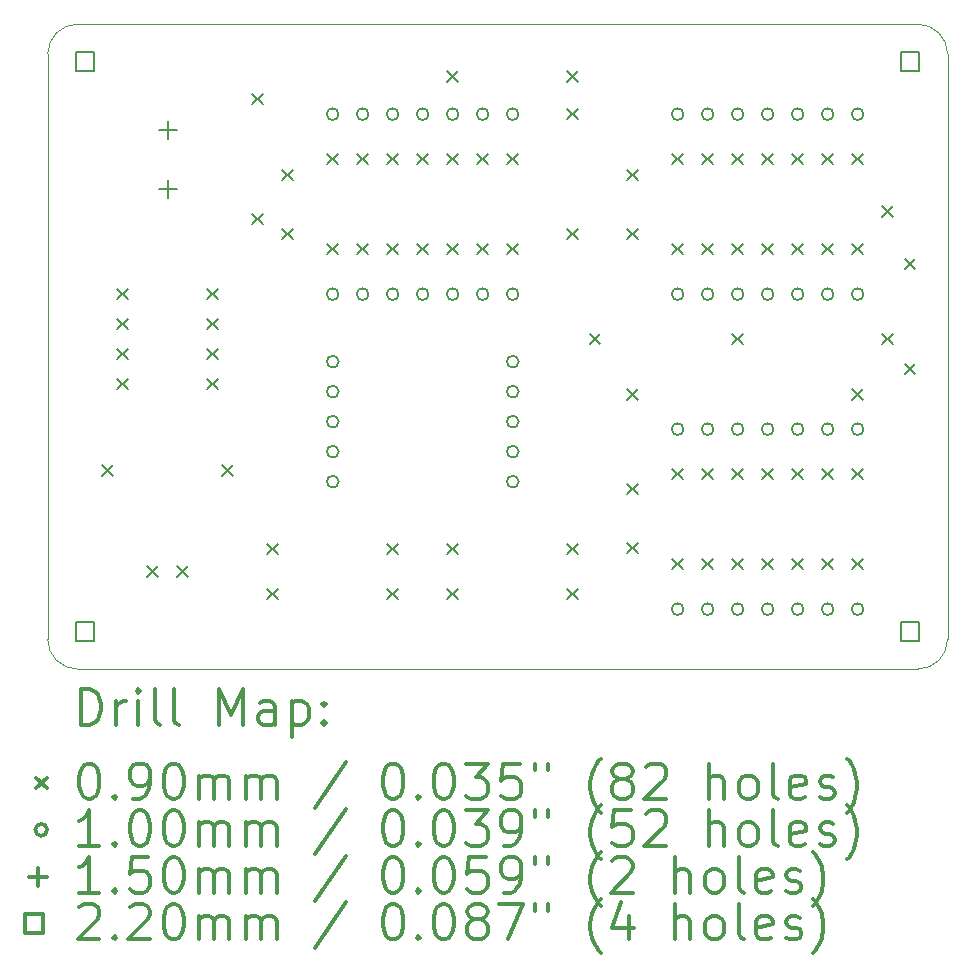
<source format=gbr>
%FSLAX45Y45*%
G04 Gerber Fmt 4.5, Leading zero omitted, Abs format (unit mm)*
G04 Created by KiCad (PCBNEW 5.0.2-bee76a0~70~ubuntu16.04.1) date Seg 25 Nov 2019 00:16:14 -03*
%MOMM*%
%LPD*%
G01*
G04 APERTURE LIST*
%ADD10C,0.100000*%
%ADD11C,0.200000*%
%ADD12C,0.300000*%
G04 APERTURE END LIST*
D10*
X18415000Y-12192000D02*
G75*
G02X18161000Y-12446000I-254000J0D01*
G01*
X18161000Y-6985000D02*
G75*
G02X18415000Y-7239000I0J-254000D01*
G01*
X10795000Y-7239000D02*
G75*
G02X11049000Y-6985000I254000J0D01*
G01*
X11049000Y-12446000D02*
G75*
G02X10795000Y-12192000I0J254000D01*
G01*
X10795000Y-12192000D02*
X10795000Y-7239000D01*
X18161000Y-12446000D02*
X11049000Y-12446000D01*
X18415000Y-7239000D02*
X18415000Y-12192000D01*
X11049000Y-6985000D02*
X18161000Y-6985000D01*
D11*
X12528000Y-7575000D02*
X12618000Y-7665000D01*
X12618000Y-7575000D02*
X12528000Y-7665000D01*
X12528000Y-8591000D02*
X12618000Y-8681000D01*
X12618000Y-8591000D02*
X12528000Y-8681000D01*
X14179000Y-7384500D02*
X14269000Y-7474500D01*
X14269000Y-7384500D02*
X14179000Y-7474500D01*
X15195000Y-7384500D02*
X15285000Y-7474500D01*
X15285000Y-7384500D02*
X15195000Y-7474500D01*
X15195000Y-7702000D02*
X15285000Y-7792000D01*
X15285000Y-7702000D02*
X15195000Y-7792000D01*
X15195000Y-8718000D02*
X15285000Y-8808000D01*
X15285000Y-8718000D02*
X15195000Y-8808000D01*
X15385500Y-9607000D02*
X15475500Y-9697000D01*
X15475500Y-9607000D02*
X15385500Y-9697000D01*
X15703000Y-10076900D02*
X15793000Y-10166900D01*
X15793000Y-10076900D02*
X15703000Y-10166900D01*
X16592000Y-9607000D02*
X16682000Y-9697000D01*
X16682000Y-9607000D02*
X16592000Y-9697000D01*
X17608000Y-10076900D02*
X17698000Y-10166900D01*
X17698000Y-10076900D02*
X17608000Y-10166900D01*
X17862000Y-8527500D02*
X17952000Y-8617500D01*
X17952000Y-8527500D02*
X17862000Y-8617500D01*
X17862000Y-9607000D02*
X17952000Y-9697000D01*
X17952000Y-9607000D02*
X17862000Y-9697000D01*
X18052500Y-8972000D02*
X18142500Y-9062000D01*
X18142500Y-8972000D02*
X18052500Y-9062000D01*
X18052500Y-9861000D02*
X18142500Y-9951000D01*
X18142500Y-9861000D02*
X18052500Y-9951000D01*
X12782000Y-8218000D02*
X12872000Y-8308000D01*
X12872000Y-8218000D02*
X12782000Y-8308000D01*
X12782000Y-8718000D02*
X12872000Y-8808000D01*
X12872000Y-8718000D02*
X12782000Y-8808000D01*
X14179000Y-11385000D02*
X14269000Y-11475000D01*
X14269000Y-11385000D02*
X14179000Y-11475000D01*
X15195000Y-11385000D02*
X15285000Y-11475000D01*
X15285000Y-11385000D02*
X15195000Y-11475000D01*
X15703000Y-8218000D02*
X15793000Y-8308000D01*
X15793000Y-8218000D02*
X15703000Y-8308000D01*
X15703000Y-8718000D02*
X15793000Y-8808000D01*
X15793000Y-8718000D02*
X15703000Y-8808000D01*
X11258000Y-10721500D02*
X11348000Y-10811500D01*
X11348000Y-10721500D02*
X11258000Y-10811500D01*
X12274000Y-10721500D02*
X12364000Y-10811500D01*
X12364000Y-10721500D02*
X12274000Y-10811500D01*
X15703000Y-10877000D02*
X15793000Y-10967000D01*
X15793000Y-10877000D02*
X15703000Y-10967000D01*
X15703000Y-11377000D02*
X15793000Y-11467000D01*
X15793000Y-11377000D02*
X15703000Y-11467000D01*
X11385000Y-9226000D02*
X11475000Y-9316000D01*
X11475000Y-9226000D02*
X11385000Y-9316000D01*
X11385000Y-9480000D02*
X11475000Y-9570000D01*
X11475000Y-9480000D02*
X11385000Y-9570000D01*
X11385000Y-9734000D02*
X11475000Y-9824000D01*
X11475000Y-9734000D02*
X11385000Y-9824000D01*
X11385000Y-9988000D02*
X11475000Y-10078000D01*
X11475000Y-9988000D02*
X11385000Y-10078000D01*
X12147000Y-9226000D02*
X12237000Y-9316000D01*
X12237000Y-9226000D02*
X12147000Y-9316000D01*
X12147000Y-9480000D02*
X12237000Y-9570000D01*
X12237000Y-9480000D02*
X12147000Y-9570000D01*
X12147000Y-9734000D02*
X12237000Y-9824000D01*
X12237000Y-9734000D02*
X12147000Y-9824000D01*
X12147000Y-9988000D02*
X12237000Y-10078000D01*
X12237000Y-9988000D02*
X12147000Y-10078000D01*
X12655000Y-11385000D02*
X12745000Y-11475000D01*
X12745000Y-11385000D02*
X12655000Y-11475000D01*
X13671000Y-11385000D02*
X13761000Y-11475000D01*
X13761000Y-11385000D02*
X13671000Y-11475000D01*
X12655000Y-11766000D02*
X12745000Y-11856000D01*
X12745000Y-11766000D02*
X12655000Y-11856000D01*
X13671000Y-11766000D02*
X13761000Y-11856000D01*
X13761000Y-11766000D02*
X13671000Y-11856000D01*
X14179000Y-11766000D02*
X14269000Y-11856000D01*
X14269000Y-11766000D02*
X14179000Y-11856000D01*
X15195000Y-11766000D02*
X15285000Y-11856000D01*
X15285000Y-11766000D02*
X15195000Y-11856000D01*
X16084000Y-10750000D02*
X16174000Y-10840000D01*
X16174000Y-10750000D02*
X16084000Y-10840000D01*
X16084000Y-11512000D02*
X16174000Y-11602000D01*
X16174000Y-11512000D02*
X16084000Y-11602000D01*
X16338000Y-10750000D02*
X16428000Y-10840000D01*
X16428000Y-10750000D02*
X16338000Y-10840000D01*
X16338000Y-11512000D02*
X16428000Y-11602000D01*
X16428000Y-11512000D02*
X16338000Y-11602000D01*
X16592000Y-10750000D02*
X16682000Y-10840000D01*
X16682000Y-10750000D02*
X16592000Y-10840000D01*
X16592000Y-11512000D02*
X16682000Y-11602000D01*
X16682000Y-11512000D02*
X16592000Y-11602000D01*
X16846000Y-10750000D02*
X16936000Y-10840000D01*
X16936000Y-10750000D02*
X16846000Y-10840000D01*
X16846000Y-11512000D02*
X16936000Y-11602000D01*
X16936000Y-11512000D02*
X16846000Y-11602000D01*
X17100000Y-10750000D02*
X17190000Y-10840000D01*
X17190000Y-10750000D02*
X17100000Y-10840000D01*
X17100000Y-11512000D02*
X17190000Y-11602000D01*
X17190000Y-11512000D02*
X17100000Y-11602000D01*
X17354000Y-10750000D02*
X17444000Y-10840000D01*
X17444000Y-10750000D02*
X17354000Y-10840000D01*
X17354000Y-11512000D02*
X17444000Y-11602000D01*
X17444000Y-11512000D02*
X17354000Y-11602000D01*
X17608000Y-10750000D02*
X17698000Y-10840000D01*
X17698000Y-10750000D02*
X17608000Y-10840000D01*
X17608000Y-11512000D02*
X17698000Y-11602000D01*
X17698000Y-11512000D02*
X17608000Y-11602000D01*
X16084000Y-8083000D02*
X16174000Y-8173000D01*
X16174000Y-8083000D02*
X16084000Y-8173000D01*
X16084000Y-8845000D02*
X16174000Y-8935000D01*
X16174000Y-8845000D02*
X16084000Y-8935000D01*
X16338000Y-8083000D02*
X16428000Y-8173000D01*
X16428000Y-8083000D02*
X16338000Y-8173000D01*
X16338000Y-8845000D02*
X16428000Y-8935000D01*
X16428000Y-8845000D02*
X16338000Y-8935000D01*
X16592000Y-8083000D02*
X16682000Y-8173000D01*
X16682000Y-8083000D02*
X16592000Y-8173000D01*
X16592000Y-8845000D02*
X16682000Y-8935000D01*
X16682000Y-8845000D02*
X16592000Y-8935000D01*
X16846000Y-8083000D02*
X16936000Y-8173000D01*
X16936000Y-8083000D02*
X16846000Y-8173000D01*
X16846000Y-8845000D02*
X16936000Y-8935000D01*
X16936000Y-8845000D02*
X16846000Y-8935000D01*
X17100000Y-8083000D02*
X17190000Y-8173000D01*
X17190000Y-8083000D02*
X17100000Y-8173000D01*
X17100000Y-8845000D02*
X17190000Y-8935000D01*
X17190000Y-8845000D02*
X17100000Y-8935000D01*
X17354000Y-8083000D02*
X17444000Y-8173000D01*
X17444000Y-8083000D02*
X17354000Y-8173000D01*
X17354000Y-8845000D02*
X17444000Y-8935000D01*
X17444000Y-8845000D02*
X17354000Y-8935000D01*
X17608000Y-8083000D02*
X17698000Y-8173000D01*
X17698000Y-8083000D02*
X17608000Y-8173000D01*
X17608000Y-8845000D02*
X17698000Y-8935000D01*
X17698000Y-8845000D02*
X17608000Y-8935000D01*
X11639000Y-11575500D02*
X11729000Y-11665500D01*
X11729000Y-11575500D02*
X11639000Y-11665500D01*
X11893000Y-11575500D02*
X11983000Y-11665500D01*
X11983000Y-11575500D02*
X11893000Y-11665500D01*
X13163000Y-8083000D02*
X13253000Y-8173000D01*
X13253000Y-8083000D02*
X13163000Y-8173000D01*
X13163000Y-8845000D02*
X13253000Y-8935000D01*
X13253000Y-8845000D02*
X13163000Y-8935000D01*
X13417000Y-8083000D02*
X13507000Y-8173000D01*
X13507000Y-8083000D02*
X13417000Y-8173000D01*
X13417000Y-8845000D02*
X13507000Y-8935000D01*
X13507000Y-8845000D02*
X13417000Y-8935000D01*
X13671000Y-8083000D02*
X13761000Y-8173000D01*
X13761000Y-8083000D02*
X13671000Y-8173000D01*
X13671000Y-8845000D02*
X13761000Y-8935000D01*
X13761000Y-8845000D02*
X13671000Y-8935000D01*
X13925000Y-8083000D02*
X14015000Y-8173000D01*
X14015000Y-8083000D02*
X13925000Y-8173000D01*
X13925000Y-8845000D02*
X14015000Y-8935000D01*
X14015000Y-8845000D02*
X13925000Y-8935000D01*
X14179000Y-8083000D02*
X14269000Y-8173000D01*
X14269000Y-8083000D02*
X14179000Y-8173000D01*
X14179000Y-8845000D02*
X14269000Y-8935000D01*
X14269000Y-8845000D02*
X14179000Y-8935000D01*
X14433000Y-8083000D02*
X14523000Y-8173000D01*
X14523000Y-8083000D02*
X14433000Y-8173000D01*
X14433000Y-8845000D02*
X14523000Y-8935000D01*
X14523000Y-8845000D02*
X14433000Y-8935000D01*
X14687000Y-8083000D02*
X14777000Y-8173000D01*
X14777000Y-8083000D02*
X14687000Y-8173000D01*
X14687000Y-8845000D02*
X14777000Y-8935000D01*
X14777000Y-8845000D02*
X14687000Y-8935000D01*
X16179000Y-7747000D02*
G75*
G03X16179000Y-7747000I-50000J0D01*
G01*
X16433000Y-7747000D02*
G75*
G03X16433000Y-7747000I-50000J0D01*
G01*
X16687000Y-7747000D02*
G75*
G03X16687000Y-7747000I-50000J0D01*
G01*
X16941000Y-7747000D02*
G75*
G03X16941000Y-7747000I-50000J0D01*
G01*
X17195000Y-7747000D02*
G75*
G03X17195000Y-7747000I-50000J0D01*
G01*
X17449000Y-7747000D02*
G75*
G03X17449000Y-7747000I-50000J0D01*
G01*
X17703000Y-7747000D02*
G75*
G03X17703000Y-7747000I-50000J0D01*
G01*
X16179000Y-9271000D02*
G75*
G03X16179000Y-9271000I-50000J0D01*
G01*
X16433000Y-9271000D02*
G75*
G03X16433000Y-9271000I-50000J0D01*
G01*
X16687000Y-9271000D02*
G75*
G03X16687000Y-9271000I-50000J0D01*
G01*
X16941000Y-9271000D02*
G75*
G03X16941000Y-9271000I-50000J0D01*
G01*
X17195000Y-9271000D02*
G75*
G03X17195000Y-9271000I-50000J0D01*
G01*
X17449000Y-9271000D02*
G75*
G03X17449000Y-9271000I-50000J0D01*
G01*
X17703000Y-9271000D02*
G75*
G03X17703000Y-9271000I-50000J0D01*
G01*
X13258000Y-9271000D02*
G75*
G03X13258000Y-9271000I-50000J0D01*
G01*
X13512000Y-9271000D02*
G75*
G03X13512000Y-9271000I-50000J0D01*
G01*
X13766000Y-9271000D02*
G75*
G03X13766000Y-9271000I-50000J0D01*
G01*
X14020000Y-9271000D02*
G75*
G03X14020000Y-9271000I-50000J0D01*
G01*
X14274000Y-9271000D02*
G75*
G03X14274000Y-9271000I-50000J0D01*
G01*
X14528000Y-9271000D02*
G75*
G03X14528000Y-9271000I-50000J0D01*
G01*
X14782000Y-9271000D02*
G75*
G03X14782000Y-9271000I-50000J0D01*
G01*
X16179000Y-11938000D02*
G75*
G03X16179000Y-11938000I-50000J0D01*
G01*
X16433000Y-11938000D02*
G75*
G03X16433000Y-11938000I-50000J0D01*
G01*
X16687000Y-11938000D02*
G75*
G03X16687000Y-11938000I-50000J0D01*
G01*
X16941000Y-11938000D02*
G75*
G03X16941000Y-11938000I-50000J0D01*
G01*
X17195000Y-11938000D02*
G75*
G03X17195000Y-11938000I-50000J0D01*
G01*
X17449000Y-11938000D02*
G75*
G03X17449000Y-11938000I-50000J0D01*
G01*
X17703000Y-11938000D02*
G75*
G03X17703000Y-11938000I-50000J0D01*
G01*
X16179000Y-10414000D02*
G75*
G03X16179000Y-10414000I-50000J0D01*
G01*
X16433000Y-10414000D02*
G75*
G03X16433000Y-10414000I-50000J0D01*
G01*
X16687000Y-10414000D02*
G75*
G03X16687000Y-10414000I-50000J0D01*
G01*
X16941000Y-10414000D02*
G75*
G03X16941000Y-10414000I-50000J0D01*
G01*
X17195000Y-10414000D02*
G75*
G03X17195000Y-10414000I-50000J0D01*
G01*
X17449000Y-10414000D02*
G75*
G03X17449000Y-10414000I-50000J0D01*
G01*
X17703000Y-10414000D02*
G75*
G03X17703000Y-10414000I-50000J0D01*
G01*
X13258000Y-7747000D02*
G75*
G03X13258000Y-7747000I-50000J0D01*
G01*
X13512000Y-7747000D02*
G75*
G03X13512000Y-7747000I-50000J0D01*
G01*
X13766000Y-7747000D02*
G75*
G03X13766000Y-7747000I-50000J0D01*
G01*
X14020000Y-7747000D02*
G75*
G03X14020000Y-7747000I-50000J0D01*
G01*
X14274000Y-7747000D02*
G75*
G03X14274000Y-7747000I-50000J0D01*
G01*
X14528000Y-7747000D02*
G75*
G03X14528000Y-7747000I-50000J0D01*
G01*
X14782000Y-7747000D02*
G75*
G03X14782000Y-7747000I-50000J0D01*
G01*
X13258000Y-9842500D02*
G75*
G03X13258000Y-9842500I-50000J0D01*
G01*
X13258000Y-10096500D02*
G75*
G03X13258000Y-10096500I-50000J0D01*
G01*
X13258000Y-10350500D02*
G75*
G03X13258000Y-10350500I-50000J0D01*
G01*
X13258000Y-10604500D02*
G75*
G03X13258000Y-10604500I-50000J0D01*
G01*
X13258000Y-10858500D02*
G75*
G03X13258000Y-10858500I-50000J0D01*
G01*
X14782000Y-9842500D02*
G75*
G03X14782000Y-9842500I-50000J0D01*
G01*
X14782000Y-10096500D02*
G75*
G03X14782000Y-10096500I-50000J0D01*
G01*
X14782000Y-10350500D02*
G75*
G03X14782000Y-10350500I-50000J0D01*
G01*
X14782000Y-10604500D02*
G75*
G03X14782000Y-10604500I-50000J0D01*
G01*
X14782000Y-10858500D02*
G75*
G03X14782000Y-10858500I-50000J0D01*
G01*
X11811000Y-7807000D02*
X11811000Y-7957000D01*
X11736000Y-7882000D02*
X11886000Y-7882000D01*
X11811000Y-8307000D02*
X11811000Y-8457000D01*
X11736000Y-8382000D02*
X11886000Y-8382000D01*
X18175283Y-12206282D02*
X18175283Y-12050717D01*
X18019718Y-12050717D01*
X18019718Y-12206282D01*
X18175283Y-12206282D01*
X11190282Y-7380282D02*
X11190282Y-7224717D01*
X11034718Y-7224717D01*
X11034718Y-7380282D01*
X11190282Y-7380282D01*
X11190282Y-12206282D02*
X11190282Y-12050717D01*
X11034718Y-12050717D01*
X11034718Y-12206282D01*
X11190282Y-12206282D01*
X18175283Y-7380282D02*
X18175283Y-7224717D01*
X18019718Y-7224717D01*
X18019718Y-7380282D01*
X18175283Y-7380282D01*
D12*
X11076428Y-12916714D02*
X11076428Y-12616714D01*
X11147857Y-12616714D01*
X11190714Y-12631000D01*
X11219286Y-12659571D01*
X11233571Y-12688143D01*
X11247857Y-12745286D01*
X11247857Y-12788143D01*
X11233571Y-12845286D01*
X11219286Y-12873857D01*
X11190714Y-12902429D01*
X11147857Y-12916714D01*
X11076428Y-12916714D01*
X11376428Y-12916714D02*
X11376428Y-12716714D01*
X11376428Y-12773857D02*
X11390714Y-12745286D01*
X11405000Y-12731000D01*
X11433571Y-12716714D01*
X11462143Y-12716714D01*
X11562143Y-12916714D02*
X11562143Y-12716714D01*
X11562143Y-12616714D02*
X11547857Y-12631000D01*
X11562143Y-12645286D01*
X11576428Y-12631000D01*
X11562143Y-12616714D01*
X11562143Y-12645286D01*
X11747857Y-12916714D02*
X11719286Y-12902429D01*
X11705000Y-12873857D01*
X11705000Y-12616714D01*
X11905000Y-12916714D02*
X11876428Y-12902429D01*
X11862143Y-12873857D01*
X11862143Y-12616714D01*
X12247857Y-12916714D02*
X12247857Y-12616714D01*
X12347857Y-12831000D01*
X12447857Y-12616714D01*
X12447857Y-12916714D01*
X12719286Y-12916714D02*
X12719286Y-12759571D01*
X12705000Y-12731000D01*
X12676428Y-12716714D01*
X12619286Y-12716714D01*
X12590714Y-12731000D01*
X12719286Y-12902429D02*
X12690714Y-12916714D01*
X12619286Y-12916714D01*
X12590714Y-12902429D01*
X12576428Y-12873857D01*
X12576428Y-12845286D01*
X12590714Y-12816714D01*
X12619286Y-12802429D01*
X12690714Y-12802429D01*
X12719286Y-12788143D01*
X12862143Y-12716714D02*
X12862143Y-13016714D01*
X12862143Y-12731000D02*
X12890714Y-12716714D01*
X12947857Y-12716714D01*
X12976428Y-12731000D01*
X12990714Y-12745286D01*
X13005000Y-12773857D01*
X13005000Y-12859571D01*
X12990714Y-12888143D01*
X12976428Y-12902429D01*
X12947857Y-12916714D01*
X12890714Y-12916714D01*
X12862143Y-12902429D01*
X13133571Y-12888143D02*
X13147857Y-12902429D01*
X13133571Y-12916714D01*
X13119286Y-12902429D01*
X13133571Y-12888143D01*
X13133571Y-12916714D01*
X13133571Y-12731000D02*
X13147857Y-12745286D01*
X13133571Y-12759571D01*
X13119286Y-12745286D01*
X13133571Y-12731000D01*
X13133571Y-12759571D01*
X10700000Y-13366000D02*
X10790000Y-13456000D01*
X10790000Y-13366000D02*
X10700000Y-13456000D01*
X11133571Y-13246714D02*
X11162143Y-13246714D01*
X11190714Y-13261000D01*
X11205000Y-13275286D01*
X11219286Y-13303857D01*
X11233571Y-13361000D01*
X11233571Y-13432429D01*
X11219286Y-13489571D01*
X11205000Y-13518143D01*
X11190714Y-13532429D01*
X11162143Y-13546714D01*
X11133571Y-13546714D01*
X11105000Y-13532429D01*
X11090714Y-13518143D01*
X11076428Y-13489571D01*
X11062143Y-13432429D01*
X11062143Y-13361000D01*
X11076428Y-13303857D01*
X11090714Y-13275286D01*
X11105000Y-13261000D01*
X11133571Y-13246714D01*
X11362143Y-13518143D02*
X11376428Y-13532429D01*
X11362143Y-13546714D01*
X11347857Y-13532429D01*
X11362143Y-13518143D01*
X11362143Y-13546714D01*
X11519286Y-13546714D02*
X11576428Y-13546714D01*
X11605000Y-13532429D01*
X11619286Y-13518143D01*
X11647857Y-13475286D01*
X11662143Y-13418143D01*
X11662143Y-13303857D01*
X11647857Y-13275286D01*
X11633571Y-13261000D01*
X11605000Y-13246714D01*
X11547857Y-13246714D01*
X11519286Y-13261000D01*
X11505000Y-13275286D01*
X11490714Y-13303857D01*
X11490714Y-13375286D01*
X11505000Y-13403857D01*
X11519286Y-13418143D01*
X11547857Y-13432429D01*
X11605000Y-13432429D01*
X11633571Y-13418143D01*
X11647857Y-13403857D01*
X11662143Y-13375286D01*
X11847857Y-13246714D02*
X11876428Y-13246714D01*
X11905000Y-13261000D01*
X11919286Y-13275286D01*
X11933571Y-13303857D01*
X11947857Y-13361000D01*
X11947857Y-13432429D01*
X11933571Y-13489571D01*
X11919286Y-13518143D01*
X11905000Y-13532429D01*
X11876428Y-13546714D01*
X11847857Y-13546714D01*
X11819286Y-13532429D01*
X11805000Y-13518143D01*
X11790714Y-13489571D01*
X11776428Y-13432429D01*
X11776428Y-13361000D01*
X11790714Y-13303857D01*
X11805000Y-13275286D01*
X11819286Y-13261000D01*
X11847857Y-13246714D01*
X12076428Y-13546714D02*
X12076428Y-13346714D01*
X12076428Y-13375286D02*
X12090714Y-13361000D01*
X12119286Y-13346714D01*
X12162143Y-13346714D01*
X12190714Y-13361000D01*
X12205000Y-13389571D01*
X12205000Y-13546714D01*
X12205000Y-13389571D02*
X12219286Y-13361000D01*
X12247857Y-13346714D01*
X12290714Y-13346714D01*
X12319286Y-13361000D01*
X12333571Y-13389571D01*
X12333571Y-13546714D01*
X12476428Y-13546714D02*
X12476428Y-13346714D01*
X12476428Y-13375286D02*
X12490714Y-13361000D01*
X12519286Y-13346714D01*
X12562143Y-13346714D01*
X12590714Y-13361000D01*
X12605000Y-13389571D01*
X12605000Y-13546714D01*
X12605000Y-13389571D02*
X12619286Y-13361000D01*
X12647857Y-13346714D01*
X12690714Y-13346714D01*
X12719286Y-13361000D01*
X12733571Y-13389571D01*
X12733571Y-13546714D01*
X13319286Y-13232429D02*
X13062143Y-13618143D01*
X13705000Y-13246714D02*
X13733571Y-13246714D01*
X13762143Y-13261000D01*
X13776428Y-13275286D01*
X13790714Y-13303857D01*
X13805000Y-13361000D01*
X13805000Y-13432429D01*
X13790714Y-13489571D01*
X13776428Y-13518143D01*
X13762143Y-13532429D01*
X13733571Y-13546714D01*
X13705000Y-13546714D01*
X13676428Y-13532429D01*
X13662143Y-13518143D01*
X13647857Y-13489571D01*
X13633571Y-13432429D01*
X13633571Y-13361000D01*
X13647857Y-13303857D01*
X13662143Y-13275286D01*
X13676428Y-13261000D01*
X13705000Y-13246714D01*
X13933571Y-13518143D02*
X13947857Y-13532429D01*
X13933571Y-13546714D01*
X13919286Y-13532429D01*
X13933571Y-13518143D01*
X13933571Y-13546714D01*
X14133571Y-13246714D02*
X14162143Y-13246714D01*
X14190714Y-13261000D01*
X14205000Y-13275286D01*
X14219286Y-13303857D01*
X14233571Y-13361000D01*
X14233571Y-13432429D01*
X14219286Y-13489571D01*
X14205000Y-13518143D01*
X14190714Y-13532429D01*
X14162143Y-13546714D01*
X14133571Y-13546714D01*
X14105000Y-13532429D01*
X14090714Y-13518143D01*
X14076428Y-13489571D01*
X14062143Y-13432429D01*
X14062143Y-13361000D01*
X14076428Y-13303857D01*
X14090714Y-13275286D01*
X14105000Y-13261000D01*
X14133571Y-13246714D01*
X14333571Y-13246714D02*
X14519286Y-13246714D01*
X14419286Y-13361000D01*
X14462143Y-13361000D01*
X14490714Y-13375286D01*
X14505000Y-13389571D01*
X14519286Y-13418143D01*
X14519286Y-13489571D01*
X14505000Y-13518143D01*
X14490714Y-13532429D01*
X14462143Y-13546714D01*
X14376428Y-13546714D01*
X14347857Y-13532429D01*
X14333571Y-13518143D01*
X14790714Y-13246714D02*
X14647857Y-13246714D01*
X14633571Y-13389571D01*
X14647857Y-13375286D01*
X14676428Y-13361000D01*
X14747857Y-13361000D01*
X14776428Y-13375286D01*
X14790714Y-13389571D01*
X14805000Y-13418143D01*
X14805000Y-13489571D01*
X14790714Y-13518143D01*
X14776428Y-13532429D01*
X14747857Y-13546714D01*
X14676428Y-13546714D01*
X14647857Y-13532429D01*
X14633571Y-13518143D01*
X14919286Y-13246714D02*
X14919286Y-13303857D01*
X15033571Y-13246714D02*
X15033571Y-13303857D01*
X15476428Y-13661000D02*
X15462143Y-13646714D01*
X15433571Y-13603857D01*
X15419286Y-13575286D01*
X15405000Y-13532429D01*
X15390714Y-13461000D01*
X15390714Y-13403857D01*
X15405000Y-13332429D01*
X15419286Y-13289571D01*
X15433571Y-13261000D01*
X15462143Y-13218143D01*
X15476428Y-13203857D01*
X15633571Y-13375286D02*
X15605000Y-13361000D01*
X15590714Y-13346714D01*
X15576428Y-13318143D01*
X15576428Y-13303857D01*
X15590714Y-13275286D01*
X15605000Y-13261000D01*
X15633571Y-13246714D01*
X15690714Y-13246714D01*
X15719286Y-13261000D01*
X15733571Y-13275286D01*
X15747857Y-13303857D01*
X15747857Y-13318143D01*
X15733571Y-13346714D01*
X15719286Y-13361000D01*
X15690714Y-13375286D01*
X15633571Y-13375286D01*
X15605000Y-13389571D01*
X15590714Y-13403857D01*
X15576428Y-13432429D01*
X15576428Y-13489571D01*
X15590714Y-13518143D01*
X15605000Y-13532429D01*
X15633571Y-13546714D01*
X15690714Y-13546714D01*
X15719286Y-13532429D01*
X15733571Y-13518143D01*
X15747857Y-13489571D01*
X15747857Y-13432429D01*
X15733571Y-13403857D01*
X15719286Y-13389571D01*
X15690714Y-13375286D01*
X15862143Y-13275286D02*
X15876428Y-13261000D01*
X15905000Y-13246714D01*
X15976428Y-13246714D01*
X16005000Y-13261000D01*
X16019286Y-13275286D01*
X16033571Y-13303857D01*
X16033571Y-13332429D01*
X16019286Y-13375286D01*
X15847857Y-13546714D01*
X16033571Y-13546714D01*
X16390714Y-13546714D02*
X16390714Y-13246714D01*
X16519286Y-13546714D02*
X16519286Y-13389571D01*
X16505000Y-13361000D01*
X16476428Y-13346714D01*
X16433571Y-13346714D01*
X16405000Y-13361000D01*
X16390714Y-13375286D01*
X16705000Y-13546714D02*
X16676428Y-13532429D01*
X16662143Y-13518143D01*
X16647857Y-13489571D01*
X16647857Y-13403857D01*
X16662143Y-13375286D01*
X16676428Y-13361000D01*
X16705000Y-13346714D01*
X16747857Y-13346714D01*
X16776428Y-13361000D01*
X16790714Y-13375286D01*
X16805000Y-13403857D01*
X16805000Y-13489571D01*
X16790714Y-13518143D01*
X16776428Y-13532429D01*
X16747857Y-13546714D01*
X16705000Y-13546714D01*
X16976428Y-13546714D02*
X16947857Y-13532429D01*
X16933571Y-13503857D01*
X16933571Y-13246714D01*
X17205000Y-13532429D02*
X17176428Y-13546714D01*
X17119286Y-13546714D01*
X17090714Y-13532429D01*
X17076428Y-13503857D01*
X17076428Y-13389571D01*
X17090714Y-13361000D01*
X17119286Y-13346714D01*
X17176428Y-13346714D01*
X17205000Y-13361000D01*
X17219286Y-13389571D01*
X17219286Y-13418143D01*
X17076428Y-13446714D01*
X17333571Y-13532429D02*
X17362143Y-13546714D01*
X17419286Y-13546714D01*
X17447857Y-13532429D01*
X17462143Y-13503857D01*
X17462143Y-13489571D01*
X17447857Y-13461000D01*
X17419286Y-13446714D01*
X17376428Y-13446714D01*
X17347857Y-13432429D01*
X17333571Y-13403857D01*
X17333571Y-13389571D01*
X17347857Y-13361000D01*
X17376428Y-13346714D01*
X17419286Y-13346714D01*
X17447857Y-13361000D01*
X17562143Y-13661000D02*
X17576428Y-13646714D01*
X17605000Y-13603857D01*
X17619286Y-13575286D01*
X17633571Y-13532429D01*
X17647857Y-13461000D01*
X17647857Y-13403857D01*
X17633571Y-13332429D01*
X17619286Y-13289571D01*
X17605000Y-13261000D01*
X17576428Y-13218143D01*
X17562143Y-13203857D01*
X10790000Y-13807000D02*
G75*
G03X10790000Y-13807000I-50000J0D01*
G01*
X11233571Y-13942714D02*
X11062143Y-13942714D01*
X11147857Y-13942714D02*
X11147857Y-13642714D01*
X11119286Y-13685571D01*
X11090714Y-13714143D01*
X11062143Y-13728429D01*
X11362143Y-13914143D02*
X11376428Y-13928429D01*
X11362143Y-13942714D01*
X11347857Y-13928429D01*
X11362143Y-13914143D01*
X11362143Y-13942714D01*
X11562143Y-13642714D02*
X11590714Y-13642714D01*
X11619286Y-13657000D01*
X11633571Y-13671286D01*
X11647857Y-13699857D01*
X11662143Y-13757000D01*
X11662143Y-13828429D01*
X11647857Y-13885571D01*
X11633571Y-13914143D01*
X11619286Y-13928429D01*
X11590714Y-13942714D01*
X11562143Y-13942714D01*
X11533571Y-13928429D01*
X11519286Y-13914143D01*
X11505000Y-13885571D01*
X11490714Y-13828429D01*
X11490714Y-13757000D01*
X11505000Y-13699857D01*
X11519286Y-13671286D01*
X11533571Y-13657000D01*
X11562143Y-13642714D01*
X11847857Y-13642714D02*
X11876428Y-13642714D01*
X11905000Y-13657000D01*
X11919286Y-13671286D01*
X11933571Y-13699857D01*
X11947857Y-13757000D01*
X11947857Y-13828429D01*
X11933571Y-13885571D01*
X11919286Y-13914143D01*
X11905000Y-13928429D01*
X11876428Y-13942714D01*
X11847857Y-13942714D01*
X11819286Y-13928429D01*
X11805000Y-13914143D01*
X11790714Y-13885571D01*
X11776428Y-13828429D01*
X11776428Y-13757000D01*
X11790714Y-13699857D01*
X11805000Y-13671286D01*
X11819286Y-13657000D01*
X11847857Y-13642714D01*
X12076428Y-13942714D02*
X12076428Y-13742714D01*
X12076428Y-13771286D02*
X12090714Y-13757000D01*
X12119286Y-13742714D01*
X12162143Y-13742714D01*
X12190714Y-13757000D01*
X12205000Y-13785571D01*
X12205000Y-13942714D01*
X12205000Y-13785571D02*
X12219286Y-13757000D01*
X12247857Y-13742714D01*
X12290714Y-13742714D01*
X12319286Y-13757000D01*
X12333571Y-13785571D01*
X12333571Y-13942714D01*
X12476428Y-13942714D02*
X12476428Y-13742714D01*
X12476428Y-13771286D02*
X12490714Y-13757000D01*
X12519286Y-13742714D01*
X12562143Y-13742714D01*
X12590714Y-13757000D01*
X12605000Y-13785571D01*
X12605000Y-13942714D01*
X12605000Y-13785571D02*
X12619286Y-13757000D01*
X12647857Y-13742714D01*
X12690714Y-13742714D01*
X12719286Y-13757000D01*
X12733571Y-13785571D01*
X12733571Y-13942714D01*
X13319286Y-13628429D02*
X13062143Y-14014143D01*
X13705000Y-13642714D02*
X13733571Y-13642714D01*
X13762143Y-13657000D01*
X13776428Y-13671286D01*
X13790714Y-13699857D01*
X13805000Y-13757000D01*
X13805000Y-13828429D01*
X13790714Y-13885571D01*
X13776428Y-13914143D01*
X13762143Y-13928429D01*
X13733571Y-13942714D01*
X13705000Y-13942714D01*
X13676428Y-13928429D01*
X13662143Y-13914143D01*
X13647857Y-13885571D01*
X13633571Y-13828429D01*
X13633571Y-13757000D01*
X13647857Y-13699857D01*
X13662143Y-13671286D01*
X13676428Y-13657000D01*
X13705000Y-13642714D01*
X13933571Y-13914143D02*
X13947857Y-13928429D01*
X13933571Y-13942714D01*
X13919286Y-13928429D01*
X13933571Y-13914143D01*
X13933571Y-13942714D01*
X14133571Y-13642714D02*
X14162143Y-13642714D01*
X14190714Y-13657000D01*
X14205000Y-13671286D01*
X14219286Y-13699857D01*
X14233571Y-13757000D01*
X14233571Y-13828429D01*
X14219286Y-13885571D01*
X14205000Y-13914143D01*
X14190714Y-13928429D01*
X14162143Y-13942714D01*
X14133571Y-13942714D01*
X14105000Y-13928429D01*
X14090714Y-13914143D01*
X14076428Y-13885571D01*
X14062143Y-13828429D01*
X14062143Y-13757000D01*
X14076428Y-13699857D01*
X14090714Y-13671286D01*
X14105000Y-13657000D01*
X14133571Y-13642714D01*
X14333571Y-13642714D02*
X14519286Y-13642714D01*
X14419286Y-13757000D01*
X14462143Y-13757000D01*
X14490714Y-13771286D01*
X14505000Y-13785571D01*
X14519286Y-13814143D01*
X14519286Y-13885571D01*
X14505000Y-13914143D01*
X14490714Y-13928429D01*
X14462143Y-13942714D01*
X14376428Y-13942714D01*
X14347857Y-13928429D01*
X14333571Y-13914143D01*
X14662143Y-13942714D02*
X14719286Y-13942714D01*
X14747857Y-13928429D01*
X14762143Y-13914143D01*
X14790714Y-13871286D01*
X14805000Y-13814143D01*
X14805000Y-13699857D01*
X14790714Y-13671286D01*
X14776428Y-13657000D01*
X14747857Y-13642714D01*
X14690714Y-13642714D01*
X14662143Y-13657000D01*
X14647857Y-13671286D01*
X14633571Y-13699857D01*
X14633571Y-13771286D01*
X14647857Y-13799857D01*
X14662143Y-13814143D01*
X14690714Y-13828429D01*
X14747857Y-13828429D01*
X14776428Y-13814143D01*
X14790714Y-13799857D01*
X14805000Y-13771286D01*
X14919286Y-13642714D02*
X14919286Y-13699857D01*
X15033571Y-13642714D02*
X15033571Y-13699857D01*
X15476428Y-14057000D02*
X15462143Y-14042714D01*
X15433571Y-13999857D01*
X15419286Y-13971286D01*
X15405000Y-13928429D01*
X15390714Y-13857000D01*
X15390714Y-13799857D01*
X15405000Y-13728429D01*
X15419286Y-13685571D01*
X15433571Y-13657000D01*
X15462143Y-13614143D01*
X15476428Y-13599857D01*
X15733571Y-13642714D02*
X15590714Y-13642714D01*
X15576428Y-13785571D01*
X15590714Y-13771286D01*
X15619286Y-13757000D01*
X15690714Y-13757000D01*
X15719286Y-13771286D01*
X15733571Y-13785571D01*
X15747857Y-13814143D01*
X15747857Y-13885571D01*
X15733571Y-13914143D01*
X15719286Y-13928429D01*
X15690714Y-13942714D01*
X15619286Y-13942714D01*
X15590714Y-13928429D01*
X15576428Y-13914143D01*
X15862143Y-13671286D02*
X15876428Y-13657000D01*
X15905000Y-13642714D01*
X15976428Y-13642714D01*
X16005000Y-13657000D01*
X16019286Y-13671286D01*
X16033571Y-13699857D01*
X16033571Y-13728429D01*
X16019286Y-13771286D01*
X15847857Y-13942714D01*
X16033571Y-13942714D01*
X16390714Y-13942714D02*
X16390714Y-13642714D01*
X16519286Y-13942714D02*
X16519286Y-13785571D01*
X16505000Y-13757000D01*
X16476428Y-13742714D01*
X16433571Y-13742714D01*
X16405000Y-13757000D01*
X16390714Y-13771286D01*
X16705000Y-13942714D02*
X16676428Y-13928429D01*
X16662143Y-13914143D01*
X16647857Y-13885571D01*
X16647857Y-13799857D01*
X16662143Y-13771286D01*
X16676428Y-13757000D01*
X16705000Y-13742714D01*
X16747857Y-13742714D01*
X16776428Y-13757000D01*
X16790714Y-13771286D01*
X16805000Y-13799857D01*
X16805000Y-13885571D01*
X16790714Y-13914143D01*
X16776428Y-13928429D01*
X16747857Y-13942714D01*
X16705000Y-13942714D01*
X16976428Y-13942714D02*
X16947857Y-13928429D01*
X16933571Y-13899857D01*
X16933571Y-13642714D01*
X17205000Y-13928429D02*
X17176428Y-13942714D01*
X17119286Y-13942714D01*
X17090714Y-13928429D01*
X17076428Y-13899857D01*
X17076428Y-13785571D01*
X17090714Y-13757000D01*
X17119286Y-13742714D01*
X17176428Y-13742714D01*
X17205000Y-13757000D01*
X17219286Y-13785571D01*
X17219286Y-13814143D01*
X17076428Y-13842714D01*
X17333571Y-13928429D02*
X17362143Y-13942714D01*
X17419286Y-13942714D01*
X17447857Y-13928429D01*
X17462143Y-13899857D01*
X17462143Y-13885571D01*
X17447857Y-13857000D01*
X17419286Y-13842714D01*
X17376428Y-13842714D01*
X17347857Y-13828429D01*
X17333571Y-13799857D01*
X17333571Y-13785571D01*
X17347857Y-13757000D01*
X17376428Y-13742714D01*
X17419286Y-13742714D01*
X17447857Y-13757000D01*
X17562143Y-14057000D02*
X17576428Y-14042714D01*
X17605000Y-13999857D01*
X17619286Y-13971286D01*
X17633571Y-13928429D01*
X17647857Y-13857000D01*
X17647857Y-13799857D01*
X17633571Y-13728429D01*
X17619286Y-13685571D01*
X17605000Y-13657000D01*
X17576428Y-13614143D01*
X17562143Y-13599857D01*
X10715000Y-14128000D02*
X10715000Y-14278000D01*
X10640000Y-14203000D02*
X10790000Y-14203000D01*
X11233571Y-14338714D02*
X11062143Y-14338714D01*
X11147857Y-14338714D02*
X11147857Y-14038714D01*
X11119286Y-14081571D01*
X11090714Y-14110143D01*
X11062143Y-14124429D01*
X11362143Y-14310143D02*
X11376428Y-14324429D01*
X11362143Y-14338714D01*
X11347857Y-14324429D01*
X11362143Y-14310143D01*
X11362143Y-14338714D01*
X11647857Y-14038714D02*
X11505000Y-14038714D01*
X11490714Y-14181571D01*
X11505000Y-14167286D01*
X11533571Y-14153000D01*
X11605000Y-14153000D01*
X11633571Y-14167286D01*
X11647857Y-14181571D01*
X11662143Y-14210143D01*
X11662143Y-14281571D01*
X11647857Y-14310143D01*
X11633571Y-14324429D01*
X11605000Y-14338714D01*
X11533571Y-14338714D01*
X11505000Y-14324429D01*
X11490714Y-14310143D01*
X11847857Y-14038714D02*
X11876428Y-14038714D01*
X11905000Y-14053000D01*
X11919286Y-14067286D01*
X11933571Y-14095857D01*
X11947857Y-14153000D01*
X11947857Y-14224429D01*
X11933571Y-14281571D01*
X11919286Y-14310143D01*
X11905000Y-14324429D01*
X11876428Y-14338714D01*
X11847857Y-14338714D01*
X11819286Y-14324429D01*
X11805000Y-14310143D01*
X11790714Y-14281571D01*
X11776428Y-14224429D01*
X11776428Y-14153000D01*
X11790714Y-14095857D01*
X11805000Y-14067286D01*
X11819286Y-14053000D01*
X11847857Y-14038714D01*
X12076428Y-14338714D02*
X12076428Y-14138714D01*
X12076428Y-14167286D02*
X12090714Y-14153000D01*
X12119286Y-14138714D01*
X12162143Y-14138714D01*
X12190714Y-14153000D01*
X12205000Y-14181571D01*
X12205000Y-14338714D01*
X12205000Y-14181571D02*
X12219286Y-14153000D01*
X12247857Y-14138714D01*
X12290714Y-14138714D01*
X12319286Y-14153000D01*
X12333571Y-14181571D01*
X12333571Y-14338714D01*
X12476428Y-14338714D02*
X12476428Y-14138714D01*
X12476428Y-14167286D02*
X12490714Y-14153000D01*
X12519286Y-14138714D01*
X12562143Y-14138714D01*
X12590714Y-14153000D01*
X12605000Y-14181571D01*
X12605000Y-14338714D01*
X12605000Y-14181571D02*
X12619286Y-14153000D01*
X12647857Y-14138714D01*
X12690714Y-14138714D01*
X12719286Y-14153000D01*
X12733571Y-14181571D01*
X12733571Y-14338714D01*
X13319286Y-14024429D02*
X13062143Y-14410143D01*
X13705000Y-14038714D02*
X13733571Y-14038714D01*
X13762143Y-14053000D01*
X13776428Y-14067286D01*
X13790714Y-14095857D01*
X13805000Y-14153000D01*
X13805000Y-14224429D01*
X13790714Y-14281571D01*
X13776428Y-14310143D01*
X13762143Y-14324429D01*
X13733571Y-14338714D01*
X13705000Y-14338714D01*
X13676428Y-14324429D01*
X13662143Y-14310143D01*
X13647857Y-14281571D01*
X13633571Y-14224429D01*
X13633571Y-14153000D01*
X13647857Y-14095857D01*
X13662143Y-14067286D01*
X13676428Y-14053000D01*
X13705000Y-14038714D01*
X13933571Y-14310143D02*
X13947857Y-14324429D01*
X13933571Y-14338714D01*
X13919286Y-14324429D01*
X13933571Y-14310143D01*
X13933571Y-14338714D01*
X14133571Y-14038714D02*
X14162143Y-14038714D01*
X14190714Y-14053000D01*
X14205000Y-14067286D01*
X14219286Y-14095857D01*
X14233571Y-14153000D01*
X14233571Y-14224429D01*
X14219286Y-14281571D01*
X14205000Y-14310143D01*
X14190714Y-14324429D01*
X14162143Y-14338714D01*
X14133571Y-14338714D01*
X14105000Y-14324429D01*
X14090714Y-14310143D01*
X14076428Y-14281571D01*
X14062143Y-14224429D01*
X14062143Y-14153000D01*
X14076428Y-14095857D01*
X14090714Y-14067286D01*
X14105000Y-14053000D01*
X14133571Y-14038714D01*
X14505000Y-14038714D02*
X14362143Y-14038714D01*
X14347857Y-14181571D01*
X14362143Y-14167286D01*
X14390714Y-14153000D01*
X14462143Y-14153000D01*
X14490714Y-14167286D01*
X14505000Y-14181571D01*
X14519286Y-14210143D01*
X14519286Y-14281571D01*
X14505000Y-14310143D01*
X14490714Y-14324429D01*
X14462143Y-14338714D01*
X14390714Y-14338714D01*
X14362143Y-14324429D01*
X14347857Y-14310143D01*
X14662143Y-14338714D02*
X14719286Y-14338714D01*
X14747857Y-14324429D01*
X14762143Y-14310143D01*
X14790714Y-14267286D01*
X14805000Y-14210143D01*
X14805000Y-14095857D01*
X14790714Y-14067286D01*
X14776428Y-14053000D01*
X14747857Y-14038714D01*
X14690714Y-14038714D01*
X14662143Y-14053000D01*
X14647857Y-14067286D01*
X14633571Y-14095857D01*
X14633571Y-14167286D01*
X14647857Y-14195857D01*
X14662143Y-14210143D01*
X14690714Y-14224429D01*
X14747857Y-14224429D01*
X14776428Y-14210143D01*
X14790714Y-14195857D01*
X14805000Y-14167286D01*
X14919286Y-14038714D02*
X14919286Y-14095857D01*
X15033571Y-14038714D02*
X15033571Y-14095857D01*
X15476428Y-14453000D02*
X15462143Y-14438714D01*
X15433571Y-14395857D01*
X15419286Y-14367286D01*
X15405000Y-14324429D01*
X15390714Y-14253000D01*
X15390714Y-14195857D01*
X15405000Y-14124429D01*
X15419286Y-14081571D01*
X15433571Y-14053000D01*
X15462143Y-14010143D01*
X15476428Y-13995857D01*
X15576428Y-14067286D02*
X15590714Y-14053000D01*
X15619286Y-14038714D01*
X15690714Y-14038714D01*
X15719286Y-14053000D01*
X15733571Y-14067286D01*
X15747857Y-14095857D01*
X15747857Y-14124429D01*
X15733571Y-14167286D01*
X15562143Y-14338714D01*
X15747857Y-14338714D01*
X16105000Y-14338714D02*
X16105000Y-14038714D01*
X16233571Y-14338714D02*
X16233571Y-14181571D01*
X16219286Y-14153000D01*
X16190714Y-14138714D01*
X16147857Y-14138714D01*
X16119286Y-14153000D01*
X16105000Y-14167286D01*
X16419286Y-14338714D02*
X16390714Y-14324429D01*
X16376428Y-14310143D01*
X16362143Y-14281571D01*
X16362143Y-14195857D01*
X16376428Y-14167286D01*
X16390714Y-14153000D01*
X16419286Y-14138714D01*
X16462143Y-14138714D01*
X16490714Y-14153000D01*
X16505000Y-14167286D01*
X16519286Y-14195857D01*
X16519286Y-14281571D01*
X16505000Y-14310143D01*
X16490714Y-14324429D01*
X16462143Y-14338714D01*
X16419286Y-14338714D01*
X16690714Y-14338714D02*
X16662143Y-14324429D01*
X16647857Y-14295857D01*
X16647857Y-14038714D01*
X16919286Y-14324429D02*
X16890714Y-14338714D01*
X16833571Y-14338714D01*
X16805000Y-14324429D01*
X16790714Y-14295857D01*
X16790714Y-14181571D01*
X16805000Y-14153000D01*
X16833571Y-14138714D01*
X16890714Y-14138714D01*
X16919286Y-14153000D01*
X16933571Y-14181571D01*
X16933571Y-14210143D01*
X16790714Y-14238714D01*
X17047857Y-14324429D02*
X17076428Y-14338714D01*
X17133571Y-14338714D01*
X17162143Y-14324429D01*
X17176428Y-14295857D01*
X17176428Y-14281571D01*
X17162143Y-14253000D01*
X17133571Y-14238714D01*
X17090714Y-14238714D01*
X17062143Y-14224429D01*
X17047857Y-14195857D01*
X17047857Y-14181571D01*
X17062143Y-14153000D01*
X17090714Y-14138714D01*
X17133571Y-14138714D01*
X17162143Y-14153000D01*
X17276428Y-14453000D02*
X17290714Y-14438714D01*
X17319286Y-14395857D01*
X17333571Y-14367286D01*
X17347857Y-14324429D01*
X17362143Y-14253000D01*
X17362143Y-14195857D01*
X17347857Y-14124429D01*
X17333571Y-14081571D01*
X17319286Y-14053000D01*
X17290714Y-14010143D01*
X17276428Y-13995857D01*
X10757782Y-14676783D02*
X10757782Y-14521218D01*
X10602217Y-14521218D01*
X10602217Y-14676783D01*
X10757782Y-14676783D01*
X11062143Y-14463286D02*
X11076428Y-14449000D01*
X11105000Y-14434714D01*
X11176428Y-14434714D01*
X11205000Y-14449000D01*
X11219286Y-14463286D01*
X11233571Y-14491857D01*
X11233571Y-14520429D01*
X11219286Y-14563286D01*
X11047857Y-14734714D01*
X11233571Y-14734714D01*
X11362143Y-14706143D02*
X11376428Y-14720429D01*
X11362143Y-14734714D01*
X11347857Y-14720429D01*
X11362143Y-14706143D01*
X11362143Y-14734714D01*
X11490714Y-14463286D02*
X11505000Y-14449000D01*
X11533571Y-14434714D01*
X11605000Y-14434714D01*
X11633571Y-14449000D01*
X11647857Y-14463286D01*
X11662143Y-14491857D01*
X11662143Y-14520429D01*
X11647857Y-14563286D01*
X11476428Y-14734714D01*
X11662143Y-14734714D01*
X11847857Y-14434714D02*
X11876428Y-14434714D01*
X11905000Y-14449000D01*
X11919286Y-14463286D01*
X11933571Y-14491857D01*
X11947857Y-14549000D01*
X11947857Y-14620429D01*
X11933571Y-14677571D01*
X11919286Y-14706143D01*
X11905000Y-14720429D01*
X11876428Y-14734714D01*
X11847857Y-14734714D01*
X11819286Y-14720429D01*
X11805000Y-14706143D01*
X11790714Y-14677571D01*
X11776428Y-14620429D01*
X11776428Y-14549000D01*
X11790714Y-14491857D01*
X11805000Y-14463286D01*
X11819286Y-14449000D01*
X11847857Y-14434714D01*
X12076428Y-14734714D02*
X12076428Y-14534714D01*
X12076428Y-14563286D02*
X12090714Y-14549000D01*
X12119286Y-14534714D01*
X12162143Y-14534714D01*
X12190714Y-14549000D01*
X12205000Y-14577571D01*
X12205000Y-14734714D01*
X12205000Y-14577571D02*
X12219286Y-14549000D01*
X12247857Y-14534714D01*
X12290714Y-14534714D01*
X12319286Y-14549000D01*
X12333571Y-14577571D01*
X12333571Y-14734714D01*
X12476428Y-14734714D02*
X12476428Y-14534714D01*
X12476428Y-14563286D02*
X12490714Y-14549000D01*
X12519286Y-14534714D01*
X12562143Y-14534714D01*
X12590714Y-14549000D01*
X12605000Y-14577571D01*
X12605000Y-14734714D01*
X12605000Y-14577571D02*
X12619286Y-14549000D01*
X12647857Y-14534714D01*
X12690714Y-14534714D01*
X12719286Y-14549000D01*
X12733571Y-14577571D01*
X12733571Y-14734714D01*
X13319286Y-14420429D02*
X13062143Y-14806143D01*
X13705000Y-14434714D02*
X13733571Y-14434714D01*
X13762143Y-14449000D01*
X13776428Y-14463286D01*
X13790714Y-14491857D01*
X13805000Y-14549000D01*
X13805000Y-14620429D01*
X13790714Y-14677571D01*
X13776428Y-14706143D01*
X13762143Y-14720429D01*
X13733571Y-14734714D01*
X13705000Y-14734714D01*
X13676428Y-14720429D01*
X13662143Y-14706143D01*
X13647857Y-14677571D01*
X13633571Y-14620429D01*
X13633571Y-14549000D01*
X13647857Y-14491857D01*
X13662143Y-14463286D01*
X13676428Y-14449000D01*
X13705000Y-14434714D01*
X13933571Y-14706143D02*
X13947857Y-14720429D01*
X13933571Y-14734714D01*
X13919286Y-14720429D01*
X13933571Y-14706143D01*
X13933571Y-14734714D01*
X14133571Y-14434714D02*
X14162143Y-14434714D01*
X14190714Y-14449000D01*
X14205000Y-14463286D01*
X14219286Y-14491857D01*
X14233571Y-14549000D01*
X14233571Y-14620429D01*
X14219286Y-14677571D01*
X14205000Y-14706143D01*
X14190714Y-14720429D01*
X14162143Y-14734714D01*
X14133571Y-14734714D01*
X14105000Y-14720429D01*
X14090714Y-14706143D01*
X14076428Y-14677571D01*
X14062143Y-14620429D01*
X14062143Y-14549000D01*
X14076428Y-14491857D01*
X14090714Y-14463286D01*
X14105000Y-14449000D01*
X14133571Y-14434714D01*
X14405000Y-14563286D02*
X14376428Y-14549000D01*
X14362143Y-14534714D01*
X14347857Y-14506143D01*
X14347857Y-14491857D01*
X14362143Y-14463286D01*
X14376428Y-14449000D01*
X14405000Y-14434714D01*
X14462143Y-14434714D01*
X14490714Y-14449000D01*
X14505000Y-14463286D01*
X14519286Y-14491857D01*
X14519286Y-14506143D01*
X14505000Y-14534714D01*
X14490714Y-14549000D01*
X14462143Y-14563286D01*
X14405000Y-14563286D01*
X14376428Y-14577571D01*
X14362143Y-14591857D01*
X14347857Y-14620429D01*
X14347857Y-14677571D01*
X14362143Y-14706143D01*
X14376428Y-14720429D01*
X14405000Y-14734714D01*
X14462143Y-14734714D01*
X14490714Y-14720429D01*
X14505000Y-14706143D01*
X14519286Y-14677571D01*
X14519286Y-14620429D01*
X14505000Y-14591857D01*
X14490714Y-14577571D01*
X14462143Y-14563286D01*
X14619286Y-14434714D02*
X14819286Y-14434714D01*
X14690714Y-14734714D01*
X14919286Y-14434714D02*
X14919286Y-14491857D01*
X15033571Y-14434714D02*
X15033571Y-14491857D01*
X15476428Y-14849000D02*
X15462143Y-14834714D01*
X15433571Y-14791857D01*
X15419286Y-14763286D01*
X15405000Y-14720429D01*
X15390714Y-14649000D01*
X15390714Y-14591857D01*
X15405000Y-14520429D01*
X15419286Y-14477571D01*
X15433571Y-14449000D01*
X15462143Y-14406143D01*
X15476428Y-14391857D01*
X15719286Y-14534714D02*
X15719286Y-14734714D01*
X15647857Y-14420429D02*
X15576428Y-14634714D01*
X15762143Y-14634714D01*
X16105000Y-14734714D02*
X16105000Y-14434714D01*
X16233571Y-14734714D02*
X16233571Y-14577571D01*
X16219286Y-14549000D01*
X16190714Y-14534714D01*
X16147857Y-14534714D01*
X16119286Y-14549000D01*
X16105000Y-14563286D01*
X16419286Y-14734714D02*
X16390714Y-14720429D01*
X16376428Y-14706143D01*
X16362143Y-14677571D01*
X16362143Y-14591857D01*
X16376428Y-14563286D01*
X16390714Y-14549000D01*
X16419286Y-14534714D01*
X16462143Y-14534714D01*
X16490714Y-14549000D01*
X16505000Y-14563286D01*
X16519286Y-14591857D01*
X16519286Y-14677571D01*
X16505000Y-14706143D01*
X16490714Y-14720429D01*
X16462143Y-14734714D01*
X16419286Y-14734714D01*
X16690714Y-14734714D02*
X16662143Y-14720429D01*
X16647857Y-14691857D01*
X16647857Y-14434714D01*
X16919286Y-14720429D02*
X16890714Y-14734714D01*
X16833571Y-14734714D01*
X16805000Y-14720429D01*
X16790714Y-14691857D01*
X16790714Y-14577571D01*
X16805000Y-14549000D01*
X16833571Y-14534714D01*
X16890714Y-14534714D01*
X16919286Y-14549000D01*
X16933571Y-14577571D01*
X16933571Y-14606143D01*
X16790714Y-14634714D01*
X17047857Y-14720429D02*
X17076428Y-14734714D01*
X17133571Y-14734714D01*
X17162143Y-14720429D01*
X17176428Y-14691857D01*
X17176428Y-14677571D01*
X17162143Y-14649000D01*
X17133571Y-14634714D01*
X17090714Y-14634714D01*
X17062143Y-14620429D01*
X17047857Y-14591857D01*
X17047857Y-14577571D01*
X17062143Y-14549000D01*
X17090714Y-14534714D01*
X17133571Y-14534714D01*
X17162143Y-14549000D01*
X17276428Y-14849000D02*
X17290714Y-14834714D01*
X17319286Y-14791857D01*
X17333571Y-14763286D01*
X17347857Y-14720429D01*
X17362143Y-14649000D01*
X17362143Y-14591857D01*
X17347857Y-14520429D01*
X17333571Y-14477571D01*
X17319286Y-14449000D01*
X17290714Y-14406143D01*
X17276428Y-14391857D01*
M02*

</source>
